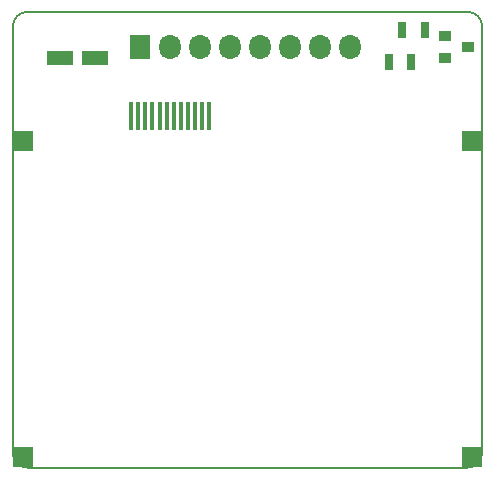
<source format=gbr>
%TF.GenerationSoftware,KiCad,Pcbnew,4.0.7*%
%TF.CreationDate,2019-01-12T03:56:20+05:00*%
%TF.ProjectId,Nokia1202_LCD,4E6F6B6961313230325F4C43442E6B69,0.1*%
%TF.FileFunction,Soldermask,Top*%
%FSLAX46Y46*%
G04 Gerber Fmt 4.6, Leading zero omitted, Abs format (unit mm)*
G04 Created by KiCad (PCBNEW 4.0.7) date Sat Jan 12 03:56:20 2019*
%MOMM*%
%LPD*%
G01*
G04 APERTURE LIST*
%ADD10C,0.100000*%
%ADD11C,0.150000*%
%ADD12R,0.980000X0.880000*%
%ADD13R,1.807200X2.112000*%
%ADD14O,1.807200X2.112000*%
%ADD15R,2.230000X1.180000*%
%ADD16R,0.780000X1.380000*%
%ADD17R,1.780000X1.780000*%
%ADD18R,0.399989X2.479995*%
G04 APERTURE END LIST*
D10*
D11*
X127381000Y-212090000D02*
G75*
G03X126111000Y-210820000I-1270000J0D01*
G01*
X87630000Y-248158000D02*
G75*
G03X88900000Y-249428000I1270000J0D01*
G01*
X126111000Y-249428000D02*
G75*
G03X127381000Y-248158000I0J1270000D01*
G01*
X88900000Y-210820000D02*
G75*
G03X87630000Y-212090000I0J-1270000D01*
G01*
X87630000Y-248158000D02*
X87630000Y-212090000D01*
X126111000Y-249428000D02*
X88900000Y-249428000D01*
X127381000Y-212090000D02*
X127381000Y-248158000D01*
X88900000Y-210820000D02*
X126111000Y-210820000D01*
D12*
X124209300Y-212879900D03*
X124209300Y-214779900D03*
X126209300Y-213829900D03*
D13*
X98448000Y-213852000D03*
D14*
X100988000Y-213852000D03*
X103528000Y-213852000D03*
X106068000Y-213852000D03*
X108608000Y-213852000D03*
X111148000Y-213852000D03*
X113688000Y-213852000D03*
X116228000Y-213852000D03*
D15*
X91666800Y-214741000D03*
X94616800Y-214741000D03*
D16*
X121396800Y-215087200D03*
X119496800Y-215087200D03*
D17*
X88519000Y-248535700D03*
X126492000Y-248535700D03*
X88531700Y-221776800D03*
X126479300Y-221776800D03*
D16*
X120627100Y-212407500D03*
X122527100Y-212407500D03*
D18*
X98267000Y-219694000D03*
X97667000Y-219694000D03*
X98867000Y-219694000D03*
X99467000Y-219694000D03*
X100067000Y-219694000D03*
X100667000Y-219694000D03*
X101267000Y-219694000D03*
X101867000Y-219694000D03*
X102467000Y-219694000D03*
X103067000Y-219694000D03*
X103667000Y-219694000D03*
X104267000Y-219694000D03*
M02*

</source>
